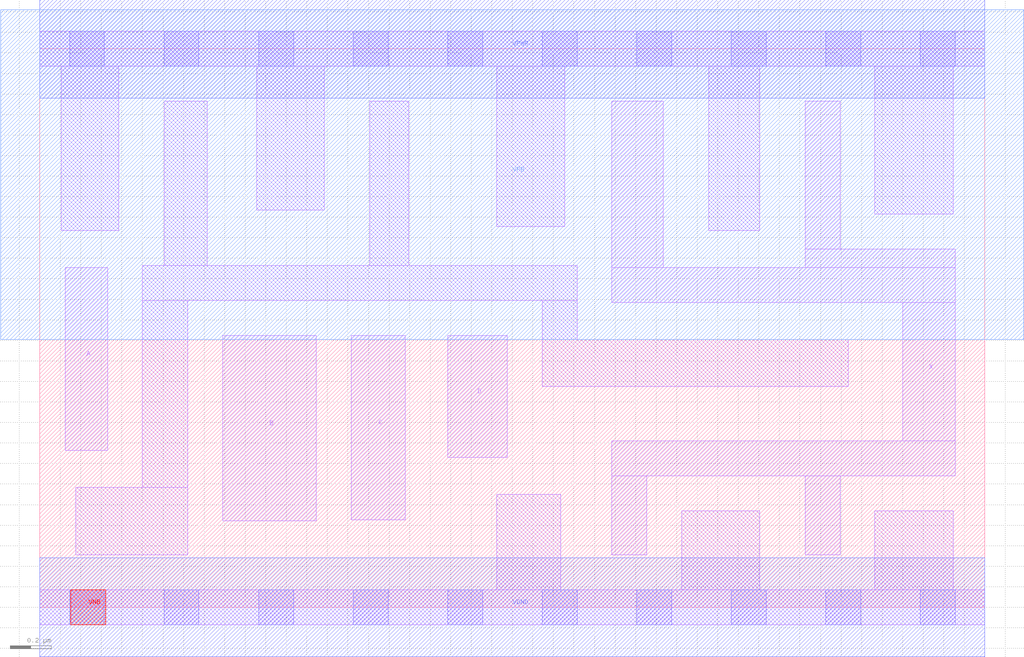
<source format=lef>
# Copyright 2020 The SkyWater PDK Authors
#
# Licensed under the Apache License, Version 2.0 (the "License");
# you may not use this file except in compliance with the License.
# You may obtain a copy of the License at
#
#     https://www.apache.org/licenses/LICENSE-2.0
#
# Unless required by applicable law or agreed to in writing, software
# distributed under the License is distributed on an "AS IS" BASIS,
# WITHOUT WARRANTIES OR CONDITIONS OF ANY KIND, either express or implied.
# See the License for the specific language governing permissions and
# limitations under the License.
#
# SPDX-License-Identifier: Apache-2.0

VERSION 5.7 ;
  NOWIREEXTENSIONATPIN ON ;
  DIVIDERCHAR "/" ;
  BUSBITCHARS "[]" ;
PROPERTYDEFINITIONS
  MACRO maskLayoutSubType STRING ;
  MACRO prCellType STRING ;
  MACRO originalViewName STRING ;
END PROPERTYDEFINITIONS
MACRO sky130_fd_sc_hdll__and4_4
  CLASS CORE ;
  FOREIGN sky130_fd_sc_hdll__and4_4 ;
  ORIGIN  0.000000  0.000000 ;
  SIZE  4.600000 BY  2.720000 ;
  SYMMETRY X Y R90 ;
  SITE unithd ;
  PIN A
    ANTENNAGATEAREA  0.277500 ;
    DIRECTION INPUT ;
    USE SIGNAL ;
    PORT
      LAYER li1 ;
        RECT 0.125000 0.765000 0.330000 1.655000 ;
    END
  END A
  PIN B
    ANTENNAGATEAREA  0.277500 ;
    DIRECTION INPUT ;
    USE SIGNAL ;
    PORT
      LAYER li1 ;
        RECT 0.890000 0.420000 1.345000 1.325000 ;
    END
  END B
  PIN C
    ANTENNAGATEAREA  0.277500 ;
    DIRECTION INPUT ;
    USE SIGNAL ;
    PORT
      LAYER li1 ;
        RECT 1.515000 0.425000 1.780000 1.325000 ;
    END
  END C
  PIN D
    ANTENNAGATEAREA  0.277500 ;
    DIRECTION INPUT ;
    USE SIGNAL ;
    PORT
      LAYER li1 ;
        RECT 1.985000 0.730000 2.275000 1.325000 ;
    END
  END D
  PIN VNB
    PORT
      LAYER pwell ;
        RECT 0.150000 -0.085000 0.320000 0.085000 ;
    END
  END VNB
  PIN VPB
    PORT
      LAYER nwell ;
        RECT -0.190000 1.305000 4.790000 2.910000 ;
    END
  END VPB
  PIN X
    ANTENNADIFFAREA  1.028500 ;
    DIRECTION OUTPUT ;
    USE SIGNAL ;
    PORT
      LAYER li1 ;
        RECT 2.785000 0.255000 2.955000 0.640000 ;
        RECT 2.785000 0.640000 4.455000 0.810000 ;
        RECT 2.785000 1.485000 4.455000 1.655000 ;
        RECT 2.785000 1.655000 3.035000 2.465000 ;
        RECT 3.725000 0.255000 3.895000 0.640000 ;
        RECT 3.725000 1.655000 4.455000 1.745000 ;
        RECT 3.725000 1.745000 3.895000 2.465000 ;
        RECT 4.200000 0.810000 4.455000 1.485000 ;
    END
  END X
  PIN VGND
    DIRECTION INOUT ;
    USE GROUND ;
    PORT
      LAYER met1 ;
        RECT 0.000000 -0.240000 4.600000 0.240000 ;
    END
  END VGND
  PIN VPWR
    DIRECTION INOUT ;
    USE POWER ;
    PORT
      LAYER met1 ;
        RECT 0.000000 2.480000 4.600000 2.960000 ;
    END
  END VPWR
  OBS
    LAYER li1 ;
      RECT 0.000000 -0.085000 4.600000 0.085000 ;
      RECT 0.000000  2.635000 4.600000 2.805000 ;
      RECT 0.105000  1.835000 0.385000 2.635000 ;
      RECT 0.175000  0.255000 0.720000 0.585000 ;
      RECT 0.500000  0.585000 0.720000 1.495000 ;
      RECT 0.500000  1.495000 2.615000 1.665000 ;
      RECT 0.605000  1.665000 0.815000 2.465000 ;
      RECT 1.055000  1.935000 1.385000 2.635000 ;
      RECT 1.605000  1.665000 1.795000 2.465000 ;
      RECT 2.225000  0.085000 2.535000 0.550000 ;
      RECT 2.225000  1.855000 2.555000 2.635000 ;
      RECT 2.445000  1.075000 3.935000 1.305000 ;
      RECT 2.445000  1.305000 2.615000 1.495000 ;
      RECT 3.125000  0.085000 3.505000 0.470000 ;
      RECT 3.255000  1.835000 3.505000 2.635000 ;
      RECT 4.065000  0.085000 4.445000 0.470000 ;
      RECT 4.065000  1.915000 4.445000 2.635000 ;
    LAYER mcon ;
      RECT 0.145000 -0.085000 0.315000 0.085000 ;
      RECT 0.145000  2.635000 0.315000 2.805000 ;
      RECT 0.605000 -0.085000 0.775000 0.085000 ;
      RECT 0.605000  2.635000 0.775000 2.805000 ;
      RECT 1.065000 -0.085000 1.235000 0.085000 ;
      RECT 1.065000  2.635000 1.235000 2.805000 ;
      RECT 1.525000 -0.085000 1.695000 0.085000 ;
      RECT 1.525000  2.635000 1.695000 2.805000 ;
      RECT 1.985000 -0.085000 2.155000 0.085000 ;
      RECT 1.985000  2.635000 2.155000 2.805000 ;
      RECT 2.445000 -0.085000 2.615000 0.085000 ;
      RECT 2.445000  2.635000 2.615000 2.805000 ;
      RECT 2.905000 -0.085000 3.075000 0.085000 ;
      RECT 2.905000  2.635000 3.075000 2.805000 ;
      RECT 3.365000 -0.085000 3.535000 0.085000 ;
      RECT 3.365000  2.635000 3.535000 2.805000 ;
      RECT 3.825000 -0.085000 3.995000 0.085000 ;
      RECT 3.825000  2.635000 3.995000 2.805000 ;
      RECT 4.285000 -0.085000 4.455000 0.085000 ;
      RECT 4.285000  2.635000 4.455000 2.805000 ;
  END
  PROPERTY maskLayoutSubType "abstract" ;
  PROPERTY prCellType "standard" ;
  PROPERTY originalViewName "layout" ;
END sky130_fd_sc_hdll__and4_4
END LIBRARY

</source>
